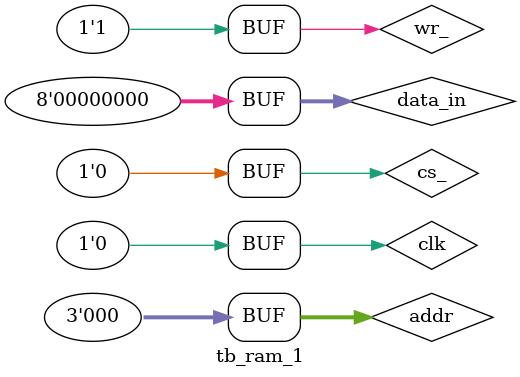
<source format=v>
`timescale 1ns/1ns
module tb_ram_1;
reg clk,wr_,cs_;
reg [2:0] addr;
reg [7:0] data_in;//申明输入信号
wire [7:0]data_out;//申明输出信号
ram_1 U1(.clk(clk),.wr_(wr_),.cs_(cs_),.addr(addr),.data_in(data_in),.data_out(data_out));//调用模块实例化
initial 
	begin
	$display("start a clock pulse");
    	$dumpfile("tb_ram_1.vcd");
    	$dumpvars(0,tb_ram_1);
	end
initial begin
	clk = 0; addr = 0; cs_ = 1; wr_ = 0;data_in=0;
	#5 cs_=0;
	#315 wr_=1;
end
initial begin
	repeat(100)
	#10 clk=!clk;
end
initial begin
	repeat(7)
	begin
	  #40 addr=addr+1;
	end
	#40
	repeat(7)
	begin
	  #40 addr=addr-1;
	end
end
initial begin
	repeat(7)
	begin
	  #40data_in = data_in+1;
	end
end
endmodule
</source>
